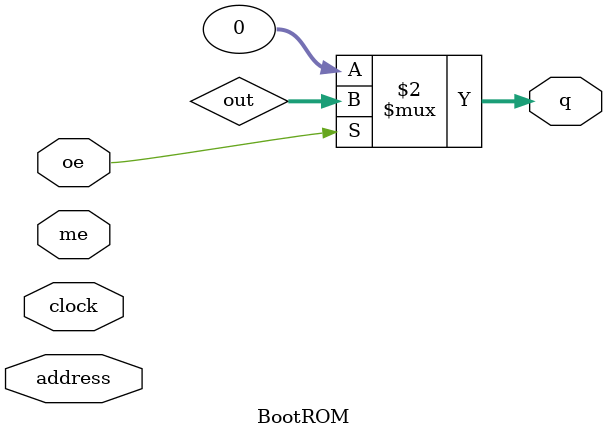
<source format=v>
module BootROM(
  input clock,
  input oe,
  input me,
  input [10:0] address,
  output [31:0] q
);
  reg [31:0] out;

  always @(posedge clock) begin
    if (me) begin
      `include "rom.vh"
    end
  end

  assign q = oe ? out : 32'b0;

endmodule


</source>
